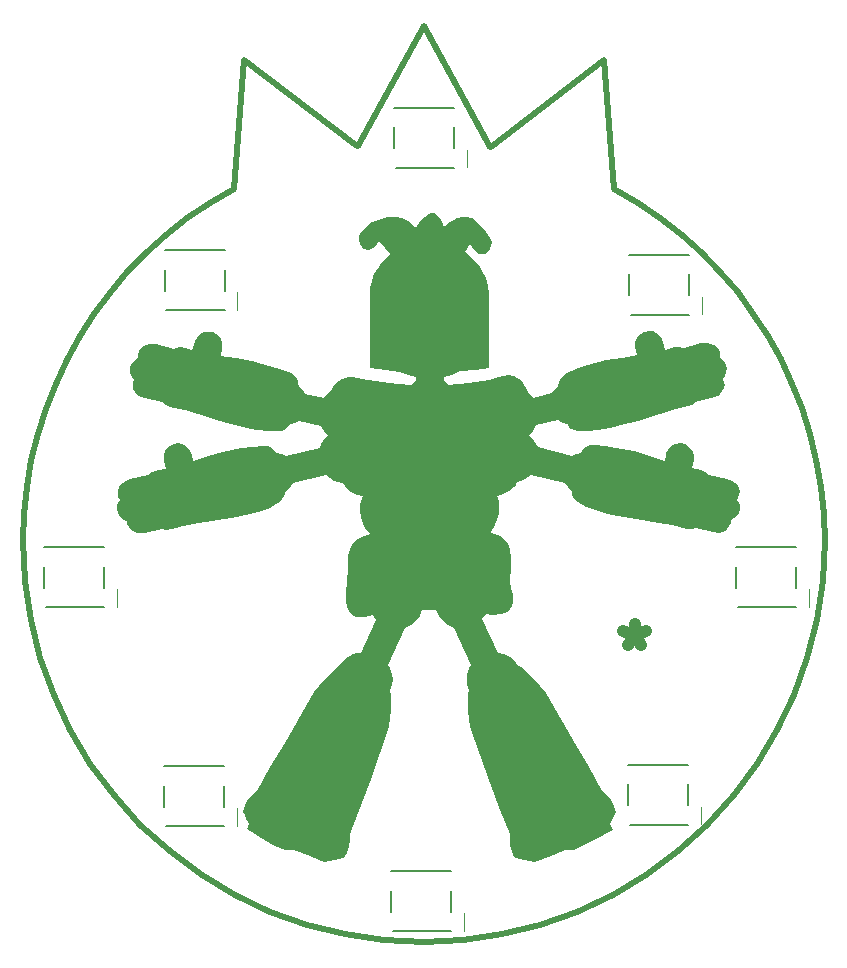
<source format=gto>
%TF.GenerationSoftware,KiCad,Pcbnew,4.0.7-e2-6376~58~ubuntu16.04.1*%
%TF.CreationDate,2018-02-19T14:40:51-07:00*%
%TF.ProjectId,001,3030312E6B696361645F706362000000,rev?*%
%TF.FileFunction,Legend,Top*%
%FSLAX46Y46*%
G04 Gerber Fmt 4.6, Leading zero omitted, Abs format (unit mm)*
G04 Created by KiCad (PCBNEW 4.0.7-e2-6376~58~ubuntu16.04.1) date Mon Feb 19 14:40:51 2018*
%MOMM*%
%LPD*%
G01*
G04 APERTURE LIST*
%ADD10C,0.100000*%
%ADD11C,1.000000*%
%ADD12C,0.495744*%
%ADD13C,0.050000*%
%ADD14C,0.152400*%
%ADD15C,0.120000*%
%ADD16C,0.150000*%
G04 APERTURE END LIST*
D10*
D11*
X154127201Y-112058724D02*
X154127201Y-113011105D01*
X153174820Y-112630152D02*
X154127201Y-113011105D01*
X155079581Y-112630152D01*
X153555772Y-113773010D02*
X154127201Y-113011105D01*
X154698629Y-113773010D01*
D12*
X136271035Y-61362287D02*
X130722202Y-71565701D01*
X130722202Y-71565701D02*
X130585667Y-71582268D01*
X130585667Y-71582268D02*
X121032110Y-64260435D01*
X121032110Y-64260435D02*
X120163207Y-75201371D01*
X120163207Y-75201371D02*
X118156317Y-76374064D01*
X118156317Y-76374064D02*
X116250048Y-77669815D01*
X116250048Y-77669815D02*
X114448359Y-79081986D01*
X114448359Y-79081986D02*
X112755210Y-80603972D01*
X112755210Y-80603972D02*
X111174563Y-82229126D01*
X111174563Y-82229126D02*
X109710374Y-83950841D01*
X109710374Y-83950841D02*
X108366605Y-85762471D01*
X108366605Y-85762471D02*
X107147215Y-87657400D01*
X107147215Y-87657400D02*
X106056165Y-89628990D01*
X106056165Y-89628990D02*
X105097414Y-91670635D01*
X105097414Y-91670635D02*
X104274922Y-93775688D01*
X104274922Y-93775688D02*
X103592648Y-95937534D01*
X103592648Y-95937534D02*
X103054553Y-98149545D01*
X103054553Y-98149545D02*
X102664594Y-100405096D01*
X102664594Y-100405096D02*
X102426736Y-102697548D01*
X102426736Y-102697548D02*
X102344935Y-105020286D01*
X102344935Y-105020286D02*
X102510944Y-108373038D01*
X102510944Y-108373038D02*
X103002833Y-111669008D01*
X103002833Y-111669008D02*
X103811388Y-114885944D01*
X103811388Y-114885944D02*
X104927396Y-118001608D01*
X104927396Y-118001608D02*
X106341640Y-120993758D01*
X106341640Y-120993758D02*
X108044907Y-123840143D01*
X108044907Y-123840143D02*
X110027981Y-126518513D01*
X110027981Y-126518513D02*
X112281649Y-129006648D01*
X112281649Y-129006648D02*
X114770093Y-131260035D01*
X114770093Y-131260035D02*
X117448809Y-133242855D01*
X117448809Y-133242855D02*
X120295551Y-134945911D01*
X120295551Y-134945911D02*
X123288073Y-136359977D01*
X123288073Y-136359977D02*
X126404129Y-137475838D01*
X126404129Y-137475838D02*
X129621472Y-138284298D01*
X129621472Y-138284298D02*
X132917856Y-138776122D01*
X132917856Y-138776122D02*
X136271036Y-138942113D01*
X136271036Y-138942113D02*
X139624210Y-138776112D01*
X139624210Y-138776112D02*
X142920589Y-138284288D01*
X142920589Y-138284288D02*
X146137927Y-137475828D01*
X146137927Y-137475828D02*
X149253977Y-136359957D01*
X149253977Y-136359957D02*
X152246492Y-134945881D01*
X152246492Y-134945881D02*
X155093228Y-133242835D01*
X155093228Y-133242835D02*
X157771938Y-131260006D01*
X157771938Y-131260006D02*
X160260376Y-129006618D01*
X160260376Y-129006618D02*
X162514039Y-126518494D01*
X162514039Y-126518494D02*
X164497108Y-123840113D01*
X164497108Y-123840113D02*
X166200370Y-120993738D01*
X166200370Y-120993738D02*
X167614611Y-118001598D01*
X167614611Y-118001598D02*
X168730616Y-114885935D01*
X168730616Y-114885935D02*
X169539169Y-111668998D01*
X169539169Y-111668998D02*
X170031057Y-108373038D01*
X170031057Y-108373038D02*
X170197065Y-105020286D01*
X170197065Y-105020286D02*
X170116921Y-102695604D01*
X170116921Y-102695604D02*
X169880450Y-100401157D01*
X169880450Y-100401157D02*
X169491618Y-98143584D01*
X169491618Y-98143584D02*
X168954389Y-95929539D01*
X168954389Y-95929539D02*
X168272732Y-93765669D01*
X168272732Y-93765669D02*
X167450613Y-91658602D01*
X167450613Y-91658602D02*
X166491997Y-89614983D01*
X166491997Y-89614983D02*
X165400854Y-87641468D01*
X165400854Y-87641468D02*
X164181148Y-85744704D01*
X164181148Y-85744704D02*
X162836848Y-83931309D01*
X162836848Y-83931309D02*
X161371919Y-82207957D01*
X161371919Y-82207957D02*
X159790329Y-80581265D01*
X159790329Y-80581265D02*
X158096045Y-79057900D01*
X158096045Y-79057900D02*
X156293031Y-77644489D01*
X156293031Y-77644489D02*
X154385256Y-76347687D01*
X154385256Y-76347687D02*
X152376687Y-75174121D01*
X152376687Y-75174121D02*
X151509891Y-64260435D01*
X151509891Y-64260435D02*
X141920352Y-71609885D01*
X141920352Y-71609885D02*
X141836964Y-71597287D01*
X141836964Y-71597287D02*
X136271037Y-61362317D01*
X136271037Y-61362317D02*
X136271035Y-61362287D01*
D10*
G36*
X135585866Y-78468424D02*
X135351963Y-78205961D01*
X135067954Y-77986362D01*
X134744542Y-77811036D01*
X134392436Y-77681312D01*
X134022336Y-77598579D01*
X133644949Y-77564157D01*
X133270982Y-77579433D01*
X132911137Y-77645798D01*
X132352772Y-77808496D01*
X131891706Y-78009287D01*
X131455646Y-78318374D01*
X130972295Y-78805942D01*
X130794347Y-79140881D01*
X130754716Y-79484887D01*
X130830436Y-79808021D01*
X130998529Y-80080256D01*
X131236016Y-80271632D01*
X131519921Y-80352083D01*
X131827269Y-80291770D01*
X131982552Y-80199415D01*
X132135081Y-80060604D01*
X132334158Y-79837354D01*
X132510532Y-79609651D01*
X133014892Y-80144904D01*
X133484907Y-80685197D01*
X133102899Y-81012011D01*
X132759126Y-81369736D01*
X132457500Y-81754990D01*
X132201938Y-82164438D01*
X131996356Y-82594747D01*
X131844664Y-83042546D01*
X131750781Y-83504491D01*
X131718621Y-83977238D01*
X131726656Y-90315563D01*
X133044988Y-90507197D01*
X134280286Y-90643022D01*
X134920997Y-90929125D01*
X135602213Y-91126503D01*
X135597452Y-91374275D01*
X135168610Y-91746106D01*
X133357639Y-91603397D01*
X131650346Y-91374384D01*
X131057906Y-91233619D01*
X130281961Y-91099411D01*
X129840157Y-91116970D01*
X129382970Y-91246545D01*
X128958511Y-91507490D01*
X128773586Y-91693272D01*
X128614887Y-91919160D01*
X128427332Y-92331376D01*
X128100428Y-92582848D01*
X127823940Y-92887918D01*
X126239414Y-92518071D01*
X126016455Y-92189381D01*
X125726421Y-91918684D01*
X125658132Y-91548837D01*
X125507468Y-91225981D01*
X125283712Y-90967118D01*
X124996145Y-90789243D01*
X124060310Y-90424127D01*
X123204354Y-90136199D01*
X121681576Y-89741076D01*
X120326808Y-89502152D01*
X119039050Y-89317750D01*
X119070725Y-89207251D01*
X119185236Y-88835340D01*
X119221643Y-88623211D01*
X119223924Y-88378316D01*
X119184641Y-88140543D01*
X119105559Y-87918474D01*
X118989939Y-87719757D01*
X118841029Y-87552089D01*
X118666962Y-87422434D01*
X118478212Y-87331170D01*
X118083712Y-87254985D01*
X117692534Y-87307362D01*
X117330741Y-87479623D01*
X117038996Y-87765389D01*
X116932102Y-87948819D01*
X116857970Y-88158221D01*
X116676145Y-88836203D01*
X116030189Y-88646701D01*
X115790248Y-88597002D01*
X115556135Y-88594026D01*
X115123528Y-88703920D01*
X113616051Y-88309967D01*
X113304087Y-88268799D01*
X112999305Y-88292309D01*
X112715047Y-88375240D01*
X112464659Y-88512861D01*
X112261482Y-88700101D01*
X112118859Y-88932000D01*
X112050134Y-89203560D01*
X112068654Y-89509811D01*
X111809719Y-89646548D01*
X111619274Y-89849233D01*
X111494716Y-90097462D01*
X111433440Y-90370926D01*
X111432843Y-90649192D01*
X111490339Y-90911953D01*
X111603325Y-91138804D01*
X111769196Y-91309388D01*
X111648240Y-91598645D01*
X111622517Y-91869193D01*
X111677920Y-92117402D01*
X111800388Y-92339630D01*
X111975832Y-92532226D01*
X112190166Y-92691561D01*
X112429312Y-92813994D01*
X112679184Y-92895834D01*
X114119178Y-93250434D01*
X114416254Y-93484854D01*
X114793489Y-93631670D01*
X116076331Y-93933803D01*
X117162498Y-94241016D01*
X119025248Y-94840104D01*
X119939588Y-95114779D01*
X120924994Y-95357234D01*
X122039935Y-95555555D01*
X123342879Y-95697847D01*
X123374325Y-95702807D01*
X123512100Y-95715604D01*
X123894426Y-95717588D01*
X124140054Y-95682670D01*
X124408945Y-95597159D01*
X124670873Y-95437288D01*
X124895611Y-95179309D01*
X124941382Y-95098659D01*
X125326034Y-94994261D01*
X125677333Y-94806952D01*
X127561634Y-95232877D01*
X127824415Y-95668434D01*
X128171959Y-96031834D01*
X127939333Y-96259170D01*
X127740153Y-96517388D01*
X127578317Y-96803153D01*
X127457718Y-97113104D01*
X124591537Y-97820420D01*
X124236237Y-97639469D01*
X123848770Y-97542253D01*
X123623536Y-97262033D01*
X123350686Y-97056014D01*
X123044660Y-96934078D01*
X122719895Y-96906004D01*
X121719411Y-96996276D01*
X120824841Y-97120058D01*
X119285567Y-97445106D01*
X117966322Y-97835091D01*
X116731351Y-98244014D01*
X116710439Y-98130995D01*
X116647209Y-97747032D01*
X116585259Y-97540894D01*
X116478086Y-97320680D01*
X116336930Y-97125345D01*
X116167136Y-96961794D01*
X115975045Y-96835443D01*
X115766998Y-96751718D01*
X115553394Y-96713229D01*
X115343776Y-96716205D01*
X114956691Y-96823837D01*
X114629834Y-97045023D01*
X114382740Y-97360499D01*
X114248944Y-97746357D01*
X114235017Y-97958208D01*
X114261989Y-98178710D01*
X114401424Y-98866652D01*
X113738740Y-98984879D01*
X113501825Y-99047375D01*
X113291393Y-99149918D01*
X112953180Y-99441110D01*
X111428002Y-99760415D01*
X111085339Y-99884008D01*
X110801796Y-100050842D01*
X110581577Y-100253161D01*
X110428893Y-100483146D01*
X110347946Y-100733041D01*
X110342887Y-100995028D01*
X110418051Y-101261350D01*
X110577580Y-101524191D01*
X110407641Y-101769145D01*
X110319969Y-102035001D01*
X110307241Y-102307474D01*
X110362148Y-102572248D01*
X110477367Y-102815050D01*
X110645570Y-103021555D01*
X110859432Y-103177458D01*
X111111635Y-103268523D01*
X111178645Y-103577819D01*
X111292858Y-103828904D01*
X111448272Y-104024824D01*
X111638886Y-104168615D01*
X111858698Y-104263351D01*
X112101708Y-104312058D01*
X112361915Y-104318010D01*
X112633319Y-104283587D01*
X114080473Y-103959114D01*
X114450878Y-104036589D01*
X114854004Y-103999786D01*
X115327272Y-103850748D01*
X115897885Y-103716739D01*
X117263182Y-103474919D01*
X118813948Y-103236650D01*
X120414243Y-102964287D01*
X121928123Y-102620172D01*
X122610175Y-102409441D01*
X123219645Y-102166649D01*
X123739539Y-101887094D01*
X124152866Y-101566063D01*
X124442632Y-101198864D01*
X124535870Y-100996476D01*
X124591849Y-100780776D01*
X124933167Y-100484029D01*
X125188822Y-100110124D01*
X128026535Y-99411925D01*
X128328577Y-99668972D01*
X128667816Y-99869802D01*
X129036685Y-100010061D01*
X129427628Y-100085453D01*
X129561069Y-100330775D01*
X129728523Y-100537408D01*
X130142524Y-100851902D01*
X130623736Y-101063694D01*
X131126269Y-101207514D01*
X130981654Y-101570775D01*
X130901887Y-101983774D01*
X130885242Y-102425938D01*
X130930030Y-102876673D01*
X131034526Y-103315366D01*
X131197019Y-103721451D01*
X131415799Y-104074305D01*
X131689152Y-104353365D01*
X131708744Y-104367253D01*
X131200069Y-104543303D01*
X130701887Y-104801421D01*
X130351806Y-105100628D01*
X130074285Y-105499978D01*
X129902444Y-105983846D01*
X129866504Y-106252608D01*
X129869381Y-106536657D01*
X129878805Y-106957077D01*
X129851594Y-107412187D01*
X129746976Y-108402451D01*
X129674838Y-109459576D01*
X129688220Y-109998251D01*
X129754446Y-110535677D01*
X129901048Y-110915812D01*
X130101468Y-111180983D01*
X130346706Y-111346766D01*
X130627760Y-111428705D01*
X130935628Y-111442494D01*
X131261310Y-111403509D01*
X131930104Y-111229770D01*
X132219169Y-111643950D01*
X130943015Y-114442759D01*
X130609723Y-114469146D01*
X130303888Y-114553962D01*
X130025798Y-114684995D01*
X129775738Y-114850074D01*
X129360867Y-115233541D01*
X129061577Y-115606781D01*
X128508588Y-116098159D01*
X127923140Y-116675602D01*
X127378735Y-117268064D01*
X126948874Y-117804547D01*
X124479570Y-122074135D01*
X123269381Y-124147762D01*
X122140937Y-126143924D01*
X121735018Y-126456444D01*
X121448967Y-126785441D01*
X121236348Y-127188074D01*
X121050729Y-127721522D01*
X121000306Y-127943105D01*
X121095171Y-128147268D01*
X121241919Y-128499914D01*
X121349527Y-128730197D01*
X121502648Y-128974011D01*
X121261873Y-129414826D01*
X122893654Y-130356294D01*
X123706094Y-130775900D01*
X124511756Y-131145945D01*
X125316737Y-131117177D01*
X126627426Y-131651707D01*
X127853983Y-132150038D01*
X128700637Y-132035660D01*
X129072763Y-131944595D01*
X129411469Y-131813839D01*
X129586941Y-131659286D01*
X129726106Y-131442444D01*
X129909772Y-130892251D01*
X129990977Y-130304055D01*
X129998219Y-129818620D01*
X130881090Y-127595290D01*
X131690382Y-125385153D01*
X133332194Y-120736701D01*
X133349723Y-120688093D01*
X133357857Y-120637104D01*
X133494878Y-119272459D01*
X133531632Y-118000457D01*
X133418320Y-117574542D01*
X133562079Y-117159529D01*
X133624486Y-116670741D01*
X133595063Y-116332925D01*
X133511358Y-116014206D01*
X133380167Y-115718014D01*
X133208308Y-115447803D01*
X134660845Y-112328201D01*
X135154884Y-112102561D01*
X135577208Y-111772959D01*
X135912178Y-111356002D01*
X136144149Y-110868275D01*
X137274110Y-110835241D01*
X137516202Y-111353561D01*
X137873710Y-111792551D01*
X138327750Y-112132539D01*
X138859439Y-112353835D01*
X140296050Y-115493445D01*
X140133315Y-115758339D01*
X140009362Y-116047487D01*
X139930419Y-116357626D01*
X139902722Y-116685492D01*
X139965148Y-117174191D01*
X140108896Y-117589135D01*
X139995525Y-118015218D01*
X140051493Y-119396162D01*
X140177548Y-120702775D01*
X141891367Y-125478282D01*
X142712576Y-127743872D01*
X143529052Y-129833281D01*
X143531532Y-130309828D01*
X143585309Y-130756050D01*
X143911663Y-131727317D01*
X144356442Y-131909547D01*
X144797031Y-132037476D01*
X145673319Y-132164640D01*
X147008159Y-131645288D01*
X148210562Y-131131839D01*
X149015541Y-131160607D01*
X150698891Y-130338100D01*
X152265422Y-129429418D01*
X152024593Y-128988494D01*
X152299444Y-128479618D01*
X152543314Y-127958312D01*
X152287511Y-127258575D01*
X152142457Y-126930531D01*
X151966105Y-126623784D01*
X151386201Y-126158566D01*
X150159546Y-123964441D01*
X148920370Y-121820064D01*
X146590752Y-117837343D01*
X146114600Y-117239147D01*
X145605935Y-116687813D01*
X144585919Y-115664674D01*
X144259449Y-115552271D01*
X143952501Y-115135561D01*
X143556767Y-114799224D01*
X143085234Y-114565013D01*
X142550902Y-114454623D01*
X141233149Y-111617592D01*
X141513909Y-111200040D01*
X142125175Y-111256782D01*
X142788619Y-111210257D01*
X143100410Y-111124350D01*
X143377855Y-110983952D01*
X143605149Y-110779481D01*
X143766503Y-110501364D01*
X143830517Y-110243484D01*
X143846101Y-109986397D01*
X143780699Y-109475200D01*
X143667798Y-108969012D01*
X143604916Y-108469034D01*
X143652988Y-107129973D01*
X143641679Y-106422964D01*
X143559155Y-105697088D01*
X143486907Y-105428207D01*
X143374105Y-105184234D01*
X143228022Y-104970656D01*
X143055950Y-104792999D01*
X142767570Y-104597585D01*
X142462789Y-104453696D01*
X141836049Y-104252399D01*
X142052026Y-104035964D01*
X142230166Y-103782181D01*
X142484605Y-103203508D01*
X142622680Y-102598209D01*
X142667707Y-102048056D01*
X142621708Y-101610514D01*
X142549302Y-101387166D01*
X142430787Y-101172884D01*
X142949878Y-101010216D01*
X143442259Y-100773504D01*
X143865837Y-100447494D01*
X144038671Y-100246207D01*
X144178519Y-100016847D01*
X144507846Y-99921912D01*
X144817645Y-99780245D01*
X145103145Y-99594522D01*
X145359579Y-99367444D01*
X148197688Y-100065693D01*
X148453818Y-100438089D01*
X148797474Y-100734965D01*
X148803724Y-100995881D01*
X148903101Y-101241113D01*
X149085221Y-101470890D01*
X149339587Y-101685430D01*
X150023106Y-102069681D01*
X150869732Y-102395623D01*
X151795545Y-102665030D01*
X152716618Y-102879649D01*
X154208849Y-103151626D01*
X156143374Y-103445645D01*
X157252612Y-103654788D01*
X158535645Y-103956138D01*
X158938774Y-103992941D01*
X159309174Y-103915466D01*
X160756271Y-104239820D01*
X161280680Y-104278012D01*
X161522741Y-104235753D01*
X161748694Y-104146870D01*
X161977495Y-103951843D01*
X162145312Y-103736291D01*
X162247140Y-103495652D01*
X162277952Y-103225381D01*
X162539556Y-103080103D01*
X162756150Y-102878072D01*
X162918466Y-102638038D01*
X163017220Y-102378719D01*
X163036078Y-102151273D01*
X162998749Y-101909920D01*
X162919369Y-101678526D01*
X162812056Y-101480969D01*
X162976678Y-101101797D01*
X163020058Y-100770042D01*
X162964089Y-100484664D01*
X162830724Y-100244630D01*
X162641872Y-100048908D01*
X162419460Y-99896457D01*
X161961654Y-99717253D01*
X160436590Y-99397938D01*
X160097286Y-99123322D01*
X159753493Y-98974185D01*
X158988231Y-98823480D01*
X159127668Y-98135528D01*
X159154631Y-97915037D01*
X159140703Y-97703185D01*
X159006906Y-97317327D01*
X158759815Y-97001861D01*
X158432959Y-96780655D01*
X157976298Y-96683042D01*
X157558082Y-96742562D01*
X157196955Y-96945446D01*
X156911559Y-97278073D01*
X156806577Y-97507553D01*
X156739855Y-97741377D01*
X156658233Y-98201397D01*
X155423279Y-97792465D01*
X154104035Y-97402450D01*
X152564770Y-97077402D01*
X151670212Y-96953610D01*
X150669748Y-96863338D01*
X150344963Y-96891412D01*
X150038897Y-97013348D01*
X149766008Y-97219387D01*
X149540759Y-97499627D01*
X149153414Y-97596843D01*
X148798219Y-97777724D01*
X145905571Y-97063950D01*
X145784585Y-96761043D01*
X145623824Y-96481567D01*
X145427067Y-96228656D01*
X145198091Y-96005417D01*
X145548131Y-95636214D01*
X145811053Y-95194080D01*
X147616814Y-94785862D01*
X148027116Y-95006820D01*
X148482002Y-95113599D01*
X148587337Y-95328942D01*
X148773942Y-95490658D01*
X149031893Y-95603538D01*
X149351272Y-95672283D01*
X150134635Y-95696687D01*
X151044678Y-95602149D01*
X152002045Y-95426843D01*
X152927375Y-95208920D01*
X154364510Y-94798113D01*
X156227294Y-94199015D01*
X157313477Y-93891802D01*
X158596330Y-93589669D01*
X158973507Y-93442853D01*
X159270521Y-93208423D01*
X159903731Y-93078600D01*
X160556974Y-92920297D01*
X161138747Y-92685986D01*
X161374238Y-92525471D01*
X161557549Y-92328112D01*
X161695916Y-92063020D01*
X161747778Y-91793960D01*
X161720280Y-91526755D01*
X161620556Y-91267238D01*
X161787800Y-90999844D01*
X161884679Y-90679607D01*
X161910679Y-90357058D01*
X161865295Y-90082681D01*
X161647913Y-89730273D01*
X161321194Y-89467720D01*
X161357720Y-89070246D01*
X161275830Y-88760563D01*
X161101881Y-88530112D01*
X160862231Y-88370370D01*
X160583241Y-88272757D01*
X160291265Y-88228811D01*
X160012665Y-88229645D01*
X159773799Y-88267440D01*
X158266263Y-88661452D01*
X157841193Y-88544704D01*
X157466881Y-88566925D01*
X156713702Y-88792763D01*
X156531877Y-88114791D01*
X156457874Y-87903902D01*
X156351308Y-87716870D01*
X156060338Y-87422603D01*
X155698701Y-87248626D01*
X155306129Y-87211624D01*
X154931060Y-87292076D01*
X154634849Y-87447413D01*
X154414588Y-87665574D01*
X154267366Y-87934455D01*
X154190278Y-88241916D01*
X154180358Y-88575823D01*
X154234799Y-88924064D01*
X154350652Y-89274508D01*
X153062854Y-89458911D01*
X151708048Y-89697805D01*
X150185228Y-90092908D01*
X149329246Y-90380826D01*
X148393384Y-90745952D01*
X148105431Y-90924165D01*
X147881518Y-91183622D01*
X147730954Y-91507213D01*
X147663052Y-91877854D01*
X147346575Y-92149533D01*
X147103311Y-92485831D01*
X145536197Y-92851492D01*
X145330575Y-92616358D01*
X145094758Y-92411024D01*
X144941893Y-91993630D01*
X144695872Y-91591205D01*
X144518322Y-91393678D01*
X144320125Y-91237547D01*
X143884292Y-91036747D01*
X143433387Y-90963438D01*
X143012420Y-90992206D01*
X142298281Y-91184634D01*
X141773553Y-91346290D01*
X140098330Y-91609478D01*
X138355193Y-91753129D01*
X137950298Y-91394462D01*
X137950769Y-91143555D01*
X138677594Y-90939303D01*
X139352324Y-90630275D01*
X140584763Y-90490006D01*
X141767093Y-90316059D01*
X141767093Y-83977496D01*
X141730280Y-83493995D01*
X141622854Y-83015603D01*
X141449338Y-82547350D01*
X141214253Y-82094234D01*
X140922120Y-81661265D01*
X140577457Y-81253464D01*
X140184784Y-80875859D01*
X139748631Y-80533421D01*
X140188069Y-79812763D01*
X140362078Y-80116563D01*
X140571022Y-80404024D01*
X140820569Y-80622136D01*
X140962339Y-80688600D01*
X141116383Y-80717864D01*
X141444088Y-80670446D01*
X141706574Y-80510903D01*
X141895000Y-80270045D01*
X142000532Y-79978576D01*
X142011563Y-79681491D01*
X141972131Y-79520291D01*
X141891422Y-79357078D01*
X141552064Y-78856852D01*
X141029670Y-78233657D01*
X140683742Y-77887420D01*
X140308725Y-77673554D01*
X139913570Y-77577826D01*
X139507235Y-77585762D01*
X139098677Y-77683276D01*
X138696846Y-77856102D01*
X138310696Y-78089877D01*
X137949184Y-78370335D01*
X137800697Y-77955342D01*
X137643524Y-77644687D01*
X137427588Y-77407302D01*
X137102770Y-77212026D01*
X136898411Y-77254186D01*
X136555666Y-77396757D01*
X136342604Y-77543612D01*
X136107184Y-77761088D01*
X135853489Y-78064313D01*
X135585597Y-78468464D01*
X135585675Y-78468523D01*
X135585866Y-78468424D01*
X135585866Y-78468424D01*
G37*
D13*
X139896400Y-71866000D02*
X139896400Y-73366000D01*
D14*
X133756400Y-69977000D02*
X133756400Y-71755000D01*
X138836400Y-73406000D02*
X133883400Y-73406000D01*
X133756400Y-68326000D02*
X138836400Y-68326000D01*
X138836400Y-69977000D02*
X138836400Y-71755000D01*
D13*
X120465400Y-83931000D02*
X120465400Y-85431000D01*
D14*
X114325400Y-82042000D02*
X114325400Y-83820000D01*
X119405400Y-85471000D02*
X114452400Y-85471000D01*
X114325400Y-80391000D02*
X119405400Y-80391000D01*
X119405400Y-82042000D02*
X119405400Y-83820000D01*
D13*
X110280000Y-109077000D02*
X110280000Y-110577000D01*
D14*
X104140000Y-107188000D02*
X104140000Y-108966000D01*
X109220000Y-110617000D02*
X104267000Y-110617000D01*
X104140000Y-105537000D02*
X109220000Y-105537000D01*
X109220000Y-107188000D02*
X109220000Y-108966000D01*
D13*
X120414600Y-127619000D02*
X120414600Y-129119000D01*
D14*
X114274600Y-125730000D02*
X114274600Y-127508000D01*
X119354600Y-129159000D02*
X114401600Y-129159000D01*
X114274600Y-124079000D02*
X119354600Y-124079000D01*
X119354600Y-125730000D02*
X119354600Y-127508000D01*
D13*
X139642400Y-136509000D02*
X139642400Y-138009000D01*
D14*
X133502400Y-134620000D02*
X133502400Y-136398000D01*
X138582400Y-138049000D02*
X133629400Y-138049000D01*
X133502400Y-132969000D02*
X138582400Y-132969000D01*
X138582400Y-134620000D02*
X138582400Y-136398000D01*
D13*
X159708400Y-127492000D02*
X159708400Y-128992000D01*
D14*
X153568400Y-125603000D02*
X153568400Y-127381000D01*
X158648400Y-129032000D02*
X153695400Y-129032000D01*
X153568400Y-123952000D02*
X158648400Y-123952000D01*
X158648400Y-125603000D02*
X158648400Y-127381000D01*
D13*
X168852400Y-109077000D02*
X168852400Y-110577000D01*
D14*
X162712400Y-107188000D02*
X162712400Y-108966000D01*
X167792400Y-110617000D02*
X162839400Y-110617000D01*
X162712400Y-105537000D02*
X167792400Y-105537000D01*
X167792400Y-107188000D02*
X167792400Y-108966000D01*
D13*
X159784600Y-84312000D02*
X159784600Y-85812000D01*
D14*
X153644600Y-82423000D02*
X153644600Y-84201000D01*
X158724600Y-85852000D02*
X153771600Y-85852000D01*
X153644600Y-80772000D02*
X158724600Y-80772000D01*
X158724600Y-82423000D02*
X158724600Y-84201000D01*
D15*
X139955200Y-84668400D02*
X135255200Y-84668400D01*
X139955200Y-82768400D02*
X135255200Y-82768400D01*
X139955200Y-84668400D02*
X139955200Y-82768400D01*
D16*
X136117105Y-86020781D02*
X136117105Y-85020781D01*
X136355200Y-85020781D01*
X136498058Y-85068400D01*
X136593296Y-85163638D01*
X136640915Y-85258876D01*
X136688534Y-85449352D01*
X136688534Y-85592210D01*
X136640915Y-85782686D01*
X136593296Y-85877924D01*
X136498058Y-85973162D01*
X136355200Y-86020781D01*
X136117105Y-86020781D01*
X137069486Y-85116019D02*
X137117105Y-85068400D01*
X137212343Y-85020781D01*
X137450439Y-85020781D01*
X137545677Y-85068400D01*
X137593296Y-85116019D01*
X137640915Y-85211257D01*
X137640915Y-85306495D01*
X137593296Y-85449352D01*
X137021867Y-86020781D01*
X137640915Y-86020781D01*
M02*

</source>
